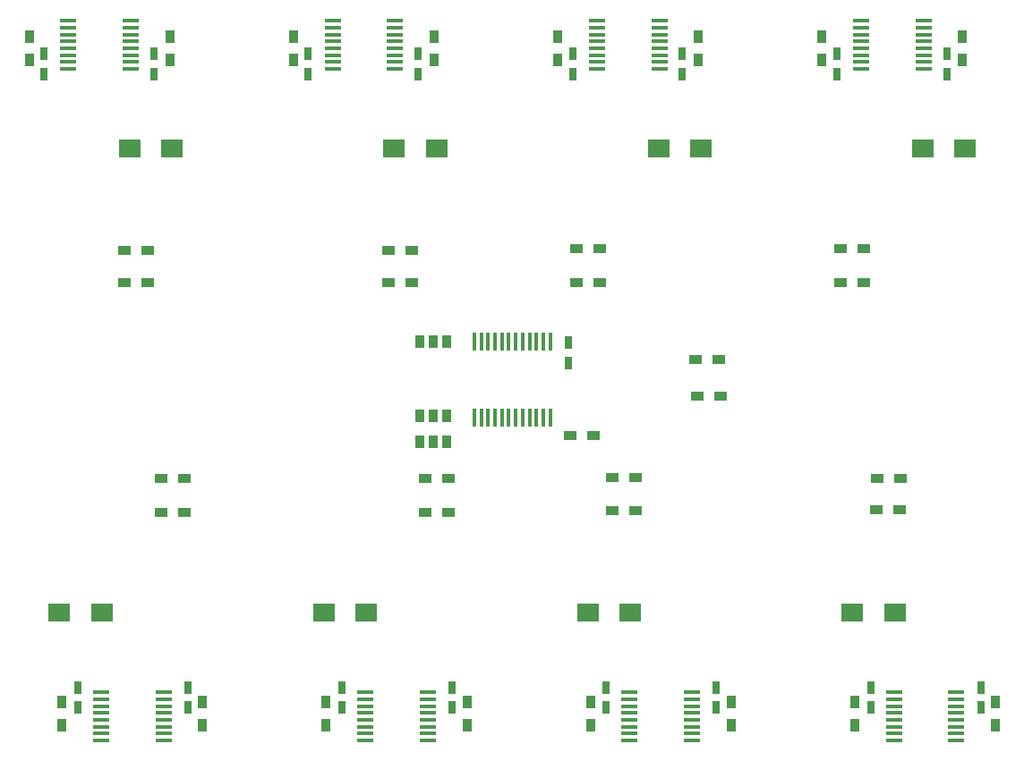
<source format=gbr>
G04 #@! TF.GenerationSoftware,KiCad,Pcbnew,(5.0.0-rc2-dev-206-ge4d512a29)*
G04 #@! TF.CreationDate,2018-03-29T18:07:49+02:00*
G04 #@! TF.ProjectId,Koczon,4B6F637A6F6E2E6B696361645F706362,1*
G04 #@! TF.SameCoordinates,Original*
G04 #@! TF.FileFunction,Paste,Bot*
G04 #@! TF.FilePolarity,Positive*
%FSLAX46Y46*%
G04 Gerber Fmt 4.6, Leading zero omitted, Abs format (unit mm)*
G04 Created by KiCad (PCBNEW (5.0.0-rc2-dev-206-ge4d512a29)) date 03/29/18 18:07:49*
%MOMM*%
%LPD*%
G01*
G04 APERTURE LIST*
%ADD10R,0.970000X1.270000*%
%ADD11R,2.000000X1.700000*%
%ADD12R,0.450000X1.750000*%
%ADD13R,0.750000X1.200000*%
%ADD14R,1.200000X0.900000*%
%ADD15R,0.900000X1.200000*%
%ADD16R,1.500000X0.450000*%
G04 APERTURE END LIST*
D10*
X139608000Y-91102906D03*
X140878000Y-91102906D03*
X142148000Y-91102906D03*
X142148000Y-84052906D03*
X140878000Y-84052906D03*
X139608000Y-84052906D03*
X139608000Y-93552906D03*
X140878000Y-93552906D03*
X142148000Y-93552906D03*
D11*
X141210142Y-65779812D03*
X137210142Y-65779812D03*
X162210142Y-65779812D03*
X166210142Y-65779812D03*
X116210142Y-65779812D03*
X112210142Y-65779812D03*
X187210142Y-65779812D03*
X191210142Y-65779812D03*
X180548000Y-109726000D03*
X184548000Y-109726000D03*
X109548000Y-109726000D03*
X105548000Y-109726000D03*
X155548000Y-109726000D03*
X159548000Y-109726000D03*
X134548000Y-109726000D03*
X130548000Y-109726000D03*
D12*
X151953000Y-84052906D03*
X151303000Y-84052906D03*
X150653000Y-84052906D03*
X150003000Y-84052906D03*
X149353000Y-84052906D03*
X148703000Y-84052906D03*
X148053000Y-84052906D03*
X147403000Y-84052906D03*
X146753000Y-84052906D03*
X146103000Y-84052906D03*
X145453000Y-84052906D03*
X144803000Y-84052906D03*
X144803000Y-91252906D03*
X145453000Y-91252906D03*
X146103000Y-91252906D03*
X146753000Y-91252906D03*
X147403000Y-91252906D03*
X148053000Y-91252906D03*
X148703000Y-91252906D03*
X149353000Y-91252906D03*
X150003000Y-91252906D03*
X150653000Y-91252906D03*
X151303000Y-91252906D03*
X151953000Y-91252906D03*
D13*
X153648000Y-86076000D03*
X153648000Y-84176000D03*
D14*
X165748000Y-85726000D03*
X167948000Y-85726000D03*
X165848000Y-89226000D03*
X168048000Y-89226000D03*
X153848000Y-92926000D03*
X156048000Y-92926000D03*
X142348000Y-100226000D03*
X140148000Y-100226000D03*
D13*
X117678000Y-116802906D03*
X117678000Y-118702906D03*
X107278000Y-118702906D03*
X107278000Y-116802906D03*
D15*
X119078000Y-120352906D03*
X119078000Y-118152906D03*
D13*
X142678000Y-116802906D03*
X142678000Y-118702906D03*
X132278000Y-118702906D03*
X132278000Y-116802906D03*
X167678000Y-116802906D03*
X167678000Y-118702906D03*
X157278000Y-118702906D03*
X157278000Y-116802906D03*
X192678000Y-116802906D03*
X192678000Y-118702906D03*
X182278000Y-118702906D03*
X182278000Y-116802906D03*
X179080142Y-58702906D03*
X179080142Y-56802906D03*
X189480142Y-56802906D03*
X189480142Y-58702906D03*
X154080142Y-58702906D03*
X154080142Y-56802906D03*
X164480142Y-56802906D03*
X164480142Y-58702906D03*
X129080142Y-58702906D03*
X129080142Y-56802906D03*
X139480142Y-56802906D03*
X139480142Y-58702906D03*
X104080142Y-58702906D03*
X104080142Y-56802906D03*
X114480142Y-56802906D03*
X114480142Y-58702906D03*
D15*
X144078000Y-120352906D03*
X144078000Y-118152906D03*
X130778000Y-118152906D03*
X130778000Y-120352906D03*
X169078000Y-120352906D03*
X169078000Y-118152906D03*
X155778000Y-118152906D03*
X155778000Y-120352906D03*
X194078000Y-120352906D03*
X194078000Y-118152906D03*
X180778000Y-118152906D03*
X180778000Y-120352906D03*
X177680142Y-55152906D03*
X177680142Y-57352906D03*
X190980142Y-57352906D03*
X190980142Y-55152906D03*
X152680142Y-55152906D03*
X152680142Y-57352906D03*
X165980142Y-57352906D03*
X165980142Y-55152906D03*
X127680142Y-55152906D03*
X127680142Y-57352906D03*
X140980142Y-57352906D03*
X140980142Y-55152906D03*
X102680142Y-55152906D03*
X102680142Y-57352906D03*
X115980142Y-57352906D03*
X115980142Y-55152906D03*
D16*
X115378000Y-121827906D03*
X115378000Y-121177906D03*
X115378000Y-120527906D03*
X115378000Y-119877906D03*
X115378000Y-119227906D03*
X115378000Y-118577906D03*
X115378000Y-117927906D03*
X115378000Y-117277906D03*
X109478000Y-117277906D03*
X109478000Y-117927906D03*
X109478000Y-118577906D03*
X109478000Y-119227906D03*
X109478000Y-119877906D03*
X109478000Y-120527906D03*
X109478000Y-121177906D03*
X109478000Y-121827906D03*
X140378000Y-121827906D03*
X140378000Y-121177906D03*
X140378000Y-120527906D03*
X140378000Y-119877906D03*
X140378000Y-119227906D03*
X140378000Y-118577906D03*
X140378000Y-117927906D03*
X140378000Y-117277906D03*
X134478000Y-117277906D03*
X134478000Y-117927906D03*
X134478000Y-118577906D03*
X134478000Y-119227906D03*
X134478000Y-119877906D03*
X134478000Y-120527906D03*
X134478000Y-121177906D03*
X134478000Y-121827906D03*
X165378000Y-121827906D03*
X165378000Y-121177906D03*
X165378000Y-120527906D03*
X165378000Y-119877906D03*
X165378000Y-119227906D03*
X165378000Y-118577906D03*
X165378000Y-117927906D03*
X165378000Y-117277906D03*
X159478000Y-117277906D03*
X159478000Y-117927906D03*
X159478000Y-118577906D03*
X159478000Y-119227906D03*
X159478000Y-119877906D03*
X159478000Y-120527906D03*
X159478000Y-121177906D03*
X159478000Y-121827906D03*
X190378000Y-121827906D03*
X190378000Y-121177906D03*
X190378000Y-120527906D03*
X190378000Y-119877906D03*
X190378000Y-119227906D03*
X190378000Y-118577906D03*
X190378000Y-117927906D03*
X190378000Y-117277906D03*
X184478000Y-117277906D03*
X184478000Y-117927906D03*
X184478000Y-118577906D03*
X184478000Y-119227906D03*
X184478000Y-119877906D03*
X184478000Y-120527906D03*
X184478000Y-121177906D03*
X184478000Y-121827906D03*
X181380142Y-53677906D03*
X181380142Y-54327906D03*
X181380142Y-54977906D03*
X181380142Y-55627906D03*
X181380142Y-56277906D03*
X181380142Y-56927906D03*
X181380142Y-57577906D03*
X181380142Y-58227906D03*
X187280142Y-58227906D03*
X187280142Y-57577906D03*
X187280142Y-56927906D03*
X187280142Y-56277906D03*
X187280142Y-55627906D03*
X187280142Y-54977906D03*
X187280142Y-54327906D03*
X187280142Y-53677906D03*
X156380142Y-53677906D03*
X156380142Y-54327906D03*
X156380142Y-54977906D03*
X156380142Y-55627906D03*
X156380142Y-56277906D03*
X156380142Y-56927906D03*
X156380142Y-57577906D03*
X156380142Y-58227906D03*
X162280142Y-58227906D03*
X162280142Y-57577906D03*
X162280142Y-56927906D03*
X162280142Y-56277906D03*
X162280142Y-55627906D03*
X162280142Y-54977906D03*
X162280142Y-54327906D03*
X162280142Y-53677906D03*
X131380142Y-53677906D03*
X131380142Y-54327906D03*
X131380142Y-54977906D03*
X131380142Y-55627906D03*
X131380142Y-56277906D03*
X131380142Y-56927906D03*
X131380142Y-57577906D03*
X131380142Y-58227906D03*
X137280142Y-58227906D03*
X137280142Y-57577906D03*
X137280142Y-56927906D03*
X137280142Y-56277906D03*
X137280142Y-55627906D03*
X137280142Y-54977906D03*
X137280142Y-54327906D03*
X137280142Y-53677906D03*
X106380142Y-53677906D03*
X106380142Y-54327906D03*
X106380142Y-54977906D03*
X106380142Y-55627906D03*
X106380142Y-56277906D03*
X106380142Y-56927906D03*
X106380142Y-57577906D03*
X106380142Y-58227906D03*
X112280142Y-58227906D03*
X112280142Y-57577906D03*
X112280142Y-56927906D03*
X112280142Y-56277906D03*
X112280142Y-55627906D03*
X112280142Y-54977906D03*
X112280142Y-54327906D03*
X112280142Y-53677906D03*
D15*
X105778000Y-118152906D03*
X105778000Y-120352906D03*
D14*
X117348000Y-100226000D03*
X115148000Y-100226000D03*
X117348000Y-97026000D03*
X115148000Y-97026000D03*
X142348000Y-97026000D03*
X140148000Y-97026000D03*
X157828000Y-96952906D03*
X160028000Y-96952906D03*
X157828000Y-100052906D03*
X160028000Y-100052906D03*
X182878000Y-97002906D03*
X185078000Y-97002906D03*
X182828000Y-100002906D03*
X185028000Y-100002906D03*
X179410142Y-75279812D03*
X181610142Y-75279812D03*
X179410142Y-78479812D03*
X181610142Y-78479812D03*
X154410142Y-75279812D03*
X156610142Y-75279812D03*
X154410142Y-78479812D03*
X156610142Y-78479812D03*
X138878000Y-78452906D03*
X136678000Y-78452906D03*
X138878000Y-75452906D03*
X136678000Y-75452906D03*
X113878000Y-78502906D03*
X111678000Y-78502906D03*
X113878000Y-75452906D03*
X111678000Y-75452906D03*
M02*

</source>
